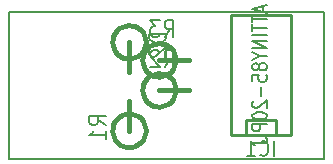
<source format=gbo>
G04 (created by PCBNEW-RS274X (2012-apr-16-27)-stable) date Wed 04 Sep 2013 12:16:17 PM IST*
G01*
G70*
G90*
%MOIN*%
G04 Gerber Fmt 3.4, Leading zero omitted, Abs format*
%FSLAX34Y34*%
G04 APERTURE LIST*
%ADD10C,0.006000*%
%ADD11C,0.007100*%
%ADD12C,0.007200*%
%ADD13C,0.015000*%
%ADD14C,0.010000*%
%ADD15C,0.008000*%
G04 APERTURE END LIST*
G54D10*
G54D11*
X34000Y-43200D02*
X34000Y-38300D01*
G54D12*
X44500Y-43200D02*
X34000Y-43200D01*
X44500Y-38300D02*
X44500Y-43200D01*
X34000Y-38300D02*
X44500Y-38300D01*
G54D13*
X38000Y-42250D02*
X38000Y-41250D01*
X38559Y-42250D02*
X38548Y-42358D01*
X38516Y-42463D01*
X38465Y-42559D01*
X38396Y-42643D01*
X38312Y-42713D01*
X38216Y-42765D01*
X38112Y-42797D01*
X38003Y-42808D01*
X37896Y-42799D01*
X37791Y-42768D01*
X37694Y-42717D01*
X37609Y-42649D01*
X37539Y-42565D01*
X37487Y-42470D01*
X37454Y-42366D01*
X37442Y-42257D01*
X37451Y-42150D01*
X37481Y-42045D01*
X37531Y-41948D01*
X37598Y-41862D01*
X37681Y-41791D01*
X37777Y-41738D01*
X37880Y-41705D01*
X37989Y-41692D01*
X38097Y-41700D01*
X38202Y-41729D01*
X38299Y-41779D01*
X38385Y-41846D01*
X38456Y-41928D01*
X38510Y-42023D01*
X38545Y-42127D01*
X38558Y-42235D01*
X38559Y-42250D01*
G54D14*
X42900Y-42400D02*
X42900Y-41900D01*
X42900Y-41900D02*
X41900Y-41900D01*
X41900Y-41900D02*
X41900Y-42400D01*
X43400Y-42400D02*
X43400Y-38400D01*
X43400Y-38400D02*
X41400Y-38400D01*
X41400Y-38400D02*
X41400Y-42400D01*
X41400Y-42400D02*
X43400Y-42400D01*
G54D13*
X39000Y-40900D02*
X40000Y-40900D01*
X39559Y-40900D02*
X39548Y-41008D01*
X39516Y-41113D01*
X39465Y-41209D01*
X39396Y-41293D01*
X39312Y-41363D01*
X39216Y-41415D01*
X39112Y-41447D01*
X39003Y-41458D01*
X38896Y-41449D01*
X38791Y-41418D01*
X38694Y-41367D01*
X38609Y-41299D01*
X38539Y-41215D01*
X38487Y-41120D01*
X38454Y-41016D01*
X38442Y-40907D01*
X38451Y-40800D01*
X38481Y-40695D01*
X38531Y-40598D01*
X38598Y-40512D01*
X38681Y-40441D01*
X38777Y-40388D01*
X38880Y-40355D01*
X38989Y-40342D01*
X39097Y-40350D01*
X39202Y-40379D01*
X39299Y-40429D01*
X39385Y-40496D01*
X39456Y-40578D01*
X39510Y-40673D01*
X39545Y-40777D01*
X39558Y-40885D01*
X39559Y-40900D01*
X39000Y-39900D02*
X40000Y-39900D01*
X39559Y-39900D02*
X39548Y-40008D01*
X39516Y-40113D01*
X39465Y-40209D01*
X39396Y-40293D01*
X39312Y-40363D01*
X39216Y-40415D01*
X39112Y-40447D01*
X39003Y-40458D01*
X38896Y-40449D01*
X38791Y-40418D01*
X38694Y-40367D01*
X38609Y-40299D01*
X38539Y-40215D01*
X38487Y-40120D01*
X38454Y-40016D01*
X38442Y-39907D01*
X38451Y-39800D01*
X38481Y-39695D01*
X38531Y-39598D01*
X38598Y-39512D01*
X38681Y-39441D01*
X38777Y-39388D01*
X38880Y-39355D01*
X38989Y-39342D01*
X39097Y-39350D01*
X39202Y-39379D01*
X39299Y-39429D01*
X39385Y-39496D01*
X39456Y-39578D01*
X39510Y-39673D01*
X39545Y-39777D01*
X39558Y-39885D01*
X39559Y-39900D01*
X38000Y-39300D02*
X38000Y-40300D01*
X38559Y-39300D02*
X38548Y-39408D01*
X38516Y-39513D01*
X38465Y-39609D01*
X38396Y-39693D01*
X38312Y-39763D01*
X38216Y-39815D01*
X38112Y-39847D01*
X38003Y-39858D01*
X37896Y-39849D01*
X37791Y-39818D01*
X37694Y-39767D01*
X37609Y-39699D01*
X37539Y-39615D01*
X37487Y-39520D01*
X37454Y-39416D01*
X37442Y-39307D01*
X37451Y-39200D01*
X37481Y-39095D01*
X37531Y-38998D01*
X37598Y-38912D01*
X37681Y-38841D01*
X37777Y-38788D01*
X37880Y-38755D01*
X37989Y-38742D01*
X38097Y-38750D01*
X38202Y-38779D01*
X38299Y-38829D01*
X38385Y-38896D01*
X38456Y-38978D01*
X38510Y-39073D01*
X38545Y-39177D01*
X38558Y-39285D01*
X38559Y-39300D01*
G54D15*
X37223Y-42067D02*
X36961Y-41900D01*
X37223Y-41781D02*
X36673Y-41781D01*
X36673Y-41972D01*
X36699Y-42019D01*
X36725Y-42043D01*
X36777Y-42067D01*
X36856Y-42067D01*
X36908Y-42043D01*
X36935Y-42019D01*
X36961Y-41972D01*
X36961Y-41781D01*
X37223Y-42543D02*
X37223Y-42257D01*
X37223Y-42400D02*
X36673Y-42400D01*
X36751Y-42352D01*
X36804Y-42305D01*
X36830Y-42257D01*
X42839Y-43102D02*
X42839Y-42602D01*
X42368Y-43055D02*
X42389Y-43079D01*
X42453Y-43102D01*
X42496Y-43102D01*
X42561Y-43079D01*
X42603Y-43031D01*
X42625Y-42983D01*
X42646Y-42888D01*
X42646Y-42817D01*
X42625Y-42721D01*
X42603Y-42674D01*
X42561Y-42626D01*
X42496Y-42602D01*
X42453Y-42602D01*
X42389Y-42626D01*
X42368Y-42650D01*
X41939Y-43102D02*
X42196Y-43102D01*
X42068Y-43102D02*
X42068Y-42602D01*
X42111Y-42674D01*
X42153Y-42721D01*
X42196Y-42745D01*
X42460Y-38105D02*
X42460Y-38296D01*
X42602Y-38067D02*
X42102Y-38200D01*
X42602Y-38334D01*
X42102Y-38410D02*
X42102Y-38639D01*
X42602Y-38524D02*
X42102Y-38524D01*
X42102Y-38715D02*
X42102Y-38944D01*
X42602Y-38829D02*
X42102Y-38829D01*
X42602Y-39077D02*
X42102Y-39077D01*
X42602Y-39267D02*
X42102Y-39267D01*
X42602Y-39496D01*
X42102Y-39496D01*
X42364Y-39762D02*
X42602Y-39762D01*
X42102Y-39629D02*
X42364Y-39762D01*
X42102Y-39896D01*
X42317Y-40086D02*
X42293Y-40048D01*
X42269Y-40029D01*
X42221Y-40010D01*
X42198Y-40010D01*
X42150Y-40029D01*
X42126Y-40048D01*
X42102Y-40086D01*
X42102Y-40163D01*
X42126Y-40201D01*
X42150Y-40220D01*
X42198Y-40239D01*
X42221Y-40239D01*
X42269Y-40220D01*
X42293Y-40201D01*
X42317Y-40163D01*
X42317Y-40086D01*
X42340Y-40048D01*
X42364Y-40029D01*
X42412Y-40010D01*
X42507Y-40010D01*
X42555Y-40029D01*
X42579Y-40048D01*
X42602Y-40086D01*
X42602Y-40163D01*
X42579Y-40201D01*
X42555Y-40220D01*
X42507Y-40239D01*
X42412Y-40239D01*
X42364Y-40220D01*
X42340Y-40201D01*
X42317Y-40163D01*
X42102Y-40601D02*
X42102Y-40410D01*
X42340Y-40391D01*
X42317Y-40410D01*
X42293Y-40448D01*
X42293Y-40544D01*
X42317Y-40582D01*
X42340Y-40601D01*
X42388Y-40620D01*
X42507Y-40620D01*
X42555Y-40601D01*
X42579Y-40582D01*
X42602Y-40544D01*
X42602Y-40448D01*
X42579Y-40410D01*
X42555Y-40391D01*
X42412Y-40791D02*
X42412Y-41096D01*
X42150Y-41267D02*
X42126Y-41286D01*
X42102Y-41324D01*
X42102Y-41420D01*
X42126Y-41458D01*
X42150Y-41477D01*
X42198Y-41496D01*
X42245Y-41496D01*
X42317Y-41477D01*
X42602Y-41248D01*
X42602Y-41496D01*
X42102Y-41743D02*
X42102Y-41782D01*
X42126Y-41820D01*
X42150Y-41839D01*
X42198Y-41858D01*
X42293Y-41877D01*
X42412Y-41877D01*
X42507Y-41858D01*
X42555Y-41839D01*
X42579Y-41820D01*
X42602Y-41782D01*
X42602Y-41743D01*
X42579Y-41705D01*
X42555Y-41686D01*
X42507Y-41667D01*
X42412Y-41648D01*
X42293Y-41648D01*
X42198Y-41667D01*
X42150Y-41686D01*
X42126Y-41705D01*
X42102Y-41743D01*
X42602Y-42048D02*
X42102Y-42048D01*
X42102Y-42201D01*
X42126Y-42239D01*
X42150Y-42258D01*
X42198Y-42277D01*
X42269Y-42277D01*
X42317Y-42258D01*
X42340Y-42239D01*
X42364Y-42201D01*
X42364Y-42048D01*
X42102Y-42448D02*
X42507Y-42448D01*
X42555Y-42467D01*
X42579Y-42486D01*
X42602Y-42524D01*
X42602Y-42601D01*
X42579Y-42639D01*
X42555Y-42658D01*
X42507Y-42677D01*
X42102Y-42677D01*
X39183Y-40123D02*
X39350Y-39861D01*
X39469Y-40123D02*
X39469Y-39573D01*
X39278Y-39573D01*
X39231Y-39599D01*
X39207Y-39625D01*
X39183Y-39677D01*
X39183Y-39756D01*
X39207Y-39808D01*
X39231Y-39835D01*
X39278Y-39861D01*
X39469Y-39861D01*
X38993Y-39625D02*
X38969Y-39599D01*
X38921Y-39573D01*
X38802Y-39573D01*
X38755Y-39599D01*
X38731Y-39625D01*
X38707Y-39677D01*
X38707Y-39730D01*
X38731Y-39808D01*
X39017Y-40123D01*
X38707Y-40123D01*
X39183Y-39123D02*
X39350Y-38861D01*
X39469Y-39123D02*
X39469Y-38573D01*
X39278Y-38573D01*
X39231Y-38599D01*
X39207Y-38625D01*
X39183Y-38677D01*
X39183Y-38756D01*
X39207Y-38808D01*
X39231Y-38835D01*
X39278Y-38861D01*
X39469Y-38861D01*
X39017Y-38573D02*
X38707Y-38573D01*
X38874Y-38782D01*
X38802Y-38782D01*
X38755Y-38808D01*
X38731Y-38835D01*
X38707Y-38887D01*
X38707Y-39018D01*
X38731Y-39070D01*
X38755Y-39096D01*
X38802Y-39123D01*
X38945Y-39123D01*
X38993Y-39096D01*
X39017Y-39070D01*
X39223Y-39031D02*
X38673Y-39031D01*
X38673Y-39150D01*
X38699Y-39222D01*
X38751Y-39269D01*
X38804Y-39293D01*
X38908Y-39317D01*
X38987Y-39317D01*
X39092Y-39293D01*
X39144Y-39269D01*
X39196Y-39222D01*
X39223Y-39150D01*
X39223Y-39031D01*
X38725Y-39507D02*
X38699Y-39531D01*
X38673Y-39579D01*
X38673Y-39698D01*
X38699Y-39745D01*
X38725Y-39769D01*
X38777Y-39793D01*
X38830Y-39793D01*
X38908Y-39769D01*
X39223Y-39483D01*
X39223Y-39793D01*
M02*

</source>
